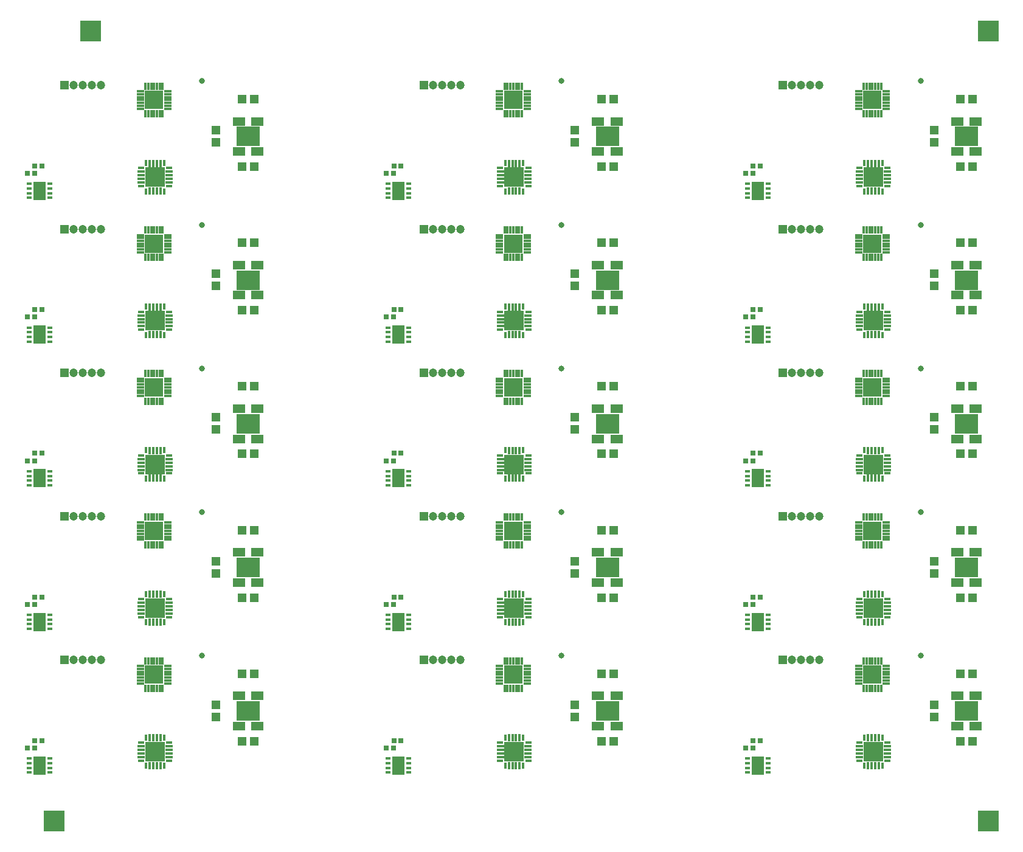
<source format=gbs>
G04*
G04 #@! TF.GenerationSoftware,Altium Limited,Altium Designer,19.0.14 (431)*
G04*
G04 Layer_Color=16711935*
%FSLAX44Y44*%
%MOMM*%
G71*
G01*
G75*
%ADD53R,0.8000X0.3000*%
%ADD81R,3.0000X3.0000*%
%ADD84R,0.8032X0.7032*%
%ADD100R,1.2032X1.3032*%
%ADD104C,0.8032*%
%ADD105C,1.2032*%
%ADD106R,1.2032X1.2032*%
%ADD107R,0.4520X0.0990*%
%ADD108R,0.0990X0.4520*%
%ADD109R,0.9532X0.4532*%
%ADD110R,1.0532X0.4532*%
%ADD111R,0.4532X0.9532*%
%ADD112R,0.4532X1.0532*%
%ADD113R,2.8032X2.8032*%
%ADD114O,1.0532X0.4032*%
%ADD115O,0.4032X1.0532*%
%ADD116R,2.6032X2.6032*%
%ADD117R,3.3032X2.7032*%
%ADD118R,1.7532X1.2032*%
%ADD119R,1.3032X1.2032*%
%ADD120R,1.7032X2.5032*%
D53*
X1014724Y17334D02*
D03*
Y23834D02*
D03*
Y30334D02*
D03*
Y36834D02*
D03*
X1043624Y17334D02*
D03*
Y23834D02*
D03*
Y30334D02*
D03*
Y36834D02*
D03*
X1014724Y217334D02*
D03*
Y223834D02*
D03*
Y230334D02*
D03*
Y236834D02*
D03*
X1043624Y217334D02*
D03*
Y223834D02*
D03*
Y230334D02*
D03*
Y236834D02*
D03*
X1014724Y417334D02*
D03*
Y423834D02*
D03*
Y430334D02*
D03*
Y436834D02*
D03*
X1043624Y417334D02*
D03*
Y423834D02*
D03*
Y430334D02*
D03*
Y436834D02*
D03*
X1014724Y617334D02*
D03*
Y623834D02*
D03*
Y630334D02*
D03*
Y636834D02*
D03*
X1043624Y617334D02*
D03*
Y623834D02*
D03*
Y630334D02*
D03*
Y636834D02*
D03*
X1014724Y817334D02*
D03*
Y823834D02*
D03*
Y830334D02*
D03*
Y836834D02*
D03*
X1043624Y817334D02*
D03*
Y823834D02*
D03*
Y830334D02*
D03*
Y836834D02*
D03*
X514724Y17334D02*
D03*
Y23834D02*
D03*
Y30334D02*
D03*
Y36834D02*
D03*
X543624Y17334D02*
D03*
Y23834D02*
D03*
Y30334D02*
D03*
Y36834D02*
D03*
X514724Y217334D02*
D03*
Y223834D02*
D03*
Y230334D02*
D03*
Y236834D02*
D03*
X543624Y217334D02*
D03*
Y223834D02*
D03*
Y230334D02*
D03*
Y236834D02*
D03*
X514724Y417334D02*
D03*
Y423834D02*
D03*
Y430334D02*
D03*
Y436834D02*
D03*
X543624Y417334D02*
D03*
Y423834D02*
D03*
Y430334D02*
D03*
Y436834D02*
D03*
X514724Y617334D02*
D03*
Y623834D02*
D03*
Y630334D02*
D03*
Y636834D02*
D03*
X543624Y617334D02*
D03*
Y623834D02*
D03*
Y630334D02*
D03*
Y636834D02*
D03*
X514724Y817334D02*
D03*
Y823834D02*
D03*
Y830334D02*
D03*
Y836834D02*
D03*
X543624Y817334D02*
D03*
Y823834D02*
D03*
Y830334D02*
D03*
Y836834D02*
D03*
X14724Y17334D02*
D03*
Y23834D02*
D03*
Y30334D02*
D03*
Y36834D02*
D03*
X43624Y17334D02*
D03*
Y23834D02*
D03*
Y30334D02*
D03*
Y36834D02*
D03*
X14724Y217334D02*
D03*
Y223834D02*
D03*
Y230334D02*
D03*
Y236834D02*
D03*
X43624Y217334D02*
D03*
Y223834D02*
D03*
Y230334D02*
D03*
Y236834D02*
D03*
X14724Y417334D02*
D03*
Y423834D02*
D03*
Y430334D02*
D03*
Y436834D02*
D03*
X43624Y417334D02*
D03*
Y423834D02*
D03*
Y430334D02*
D03*
Y436834D02*
D03*
X14724Y617334D02*
D03*
Y623834D02*
D03*
Y630334D02*
D03*
Y636834D02*
D03*
X43624Y617334D02*
D03*
Y623834D02*
D03*
Y630334D02*
D03*
Y636834D02*
D03*
X14724Y817334D02*
D03*
Y823834D02*
D03*
Y830334D02*
D03*
Y836834D02*
D03*
X43624Y817334D02*
D03*
Y823834D02*
D03*
Y830334D02*
D03*
Y836834D02*
D03*
D81*
X100000Y1050000D02*
D03*
X50000Y-50000D02*
D03*
X1350000D02*
D03*
Y1050000D02*
D03*
D84*
X1032504Y61834D02*
D03*
X1022504D02*
D03*
X1022195Y51504D02*
D03*
X1012195D02*
D03*
X1032504Y261834D02*
D03*
X1022504D02*
D03*
X1022195Y251504D02*
D03*
X1012195D02*
D03*
X1032504Y461834D02*
D03*
X1022504D02*
D03*
X1022195Y451504D02*
D03*
X1012195D02*
D03*
X1032504Y661834D02*
D03*
X1022504D02*
D03*
X1022195Y651504D02*
D03*
X1012195D02*
D03*
X1032504Y861834D02*
D03*
X1022504D02*
D03*
X1022195Y851504D02*
D03*
X1012195D02*
D03*
X532504Y61834D02*
D03*
X522504D02*
D03*
X522195Y51504D02*
D03*
X512195D02*
D03*
X532504Y261834D02*
D03*
X522504D02*
D03*
X522195Y251504D02*
D03*
X512195D02*
D03*
X532504Y461834D02*
D03*
X522504D02*
D03*
X522195Y451504D02*
D03*
X512195D02*
D03*
X532504Y661834D02*
D03*
X522504D02*
D03*
X522195Y651504D02*
D03*
X512195D02*
D03*
X532504Y861834D02*
D03*
X522504D02*
D03*
X522195Y851504D02*
D03*
X512195D02*
D03*
X32504Y61834D02*
D03*
X22504D02*
D03*
X22195Y51504D02*
D03*
X12195D02*
D03*
X32504Y261834D02*
D03*
X22504D02*
D03*
X22195Y251504D02*
D03*
X12195D02*
D03*
X32504Y461834D02*
D03*
X22504D02*
D03*
X22195Y451504D02*
D03*
X12195D02*
D03*
X32504Y661834D02*
D03*
X22504D02*
D03*
X22195Y651504D02*
D03*
X12195D02*
D03*
X32504Y861834D02*
D03*
X22504D02*
D03*
X22195Y851504D02*
D03*
X12195D02*
D03*
D100*
X1274754Y111804D02*
D03*
Y94804D02*
D03*
Y311804D02*
D03*
Y294804D02*
D03*
Y511804D02*
D03*
Y494804D02*
D03*
Y711804D02*
D03*
Y694804D02*
D03*
Y911804D02*
D03*
Y894804D02*
D03*
X774754Y111804D02*
D03*
Y94804D02*
D03*
Y311804D02*
D03*
Y294804D02*
D03*
Y511804D02*
D03*
Y494804D02*
D03*
Y711804D02*
D03*
Y694804D02*
D03*
Y911804D02*
D03*
Y894804D02*
D03*
X274754Y111804D02*
D03*
Y94804D02*
D03*
Y311804D02*
D03*
Y294804D02*
D03*
Y511804D02*
D03*
Y494804D02*
D03*
Y711804D02*
D03*
Y694804D02*
D03*
Y911804D02*
D03*
Y894804D02*
D03*
D104*
X1255754Y180004D02*
D03*
Y380004D02*
D03*
Y580004D02*
D03*
Y780004D02*
D03*
Y980004D02*
D03*
X755754Y180004D02*
D03*
Y380004D02*
D03*
Y580004D02*
D03*
Y780004D02*
D03*
Y980004D02*
D03*
X255754Y180004D02*
D03*
Y380004D02*
D03*
Y580004D02*
D03*
Y780004D02*
D03*
Y980004D02*
D03*
D105*
X1115054Y174004D02*
D03*
X1102354D02*
D03*
X1089654D02*
D03*
X1076954D02*
D03*
X1115054Y374004D02*
D03*
X1102354D02*
D03*
X1089654D02*
D03*
X1076954D02*
D03*
X1115054Y574004D02*
D03*
X1102354D02*
D03*
X1089654D02*
D03*
X1076954D02*
D03*
X1115054Y774004D02*
D03*
X1102354D02*
D03*
X1089654D02*
D03*
X1076954D02*
D03*
X1115054Y974004D02*
D03*
X1102354D02*
D03*
X1089654D02*
D03*
X1076954D02*
D03*
X615054Y174004D02*
D03*
X602354D02*
D03*
X589654D02*
D03*
X576954D02*
D03*
X615054Y374004D02*
D03*
X602354D02*
D03*
X589654D02*
D03*
X576954D02*
D03*
X615054Y574004D02*
D03*
X602354D02*
D03*
X589654D02*
D03*
X576954D02*
D03*
X615054Y774004D02*
D03*
X602354D02*
D03*
X589654D02*
D03*
X576954D02*
D03*
X615054Y974004D02*
D03*
X602354D02*
D03*
X589654D02*
D03*
X576954D02*
D03*
X115054Y174004D02*
D03*
X102354D02*
D03*
X89654D02*
D03*
X76954D02*
D03*
X115054Y374004D02*
D03*
X102354D02*
D03*
X89654D02*
D03*
X76954D02*
D03*
X115054Y574004D02*
D03*
X102354D02*
D03*
X89654D02*
D03*
X76954D02*
D03*
X115054Y774004D02*
D03*
X102354D02*
D03*
X89654D02*
D03*
X76954D02*
D03*
X115054Y974004D02*
D03*
X102354D02*
D03*
X89654D02*
D03*
X76954D02*
D03*
D106*
X1064254Y174004D02*
D03*
Y374004D02*
D03*
Y574004D02*
D03*
Y774004D02*
D03*
Y974004D02*
D03*
X564254Y174004D02*
D03*
Y374004D02*
D03*
Y574004D02*
D03*
Y774004D02*
D03*
Y974004D02*
D03*
X64254Y174004D02*
D03*
Y374004D02*
D03*
Y574004D02*
D03*
Y774004D02*
D03*
Y974004D02*
D03*
D107*
X1202604Y60829D02*
D03*
X1177604Y31829D02*
D03*
Y60829D02*
D03*
X1202604Y31829D02*
D03*
Y260829D02*
D03*
X1177604Y231829D02*
D03*
Y260829D02*
D03*
X1202604Y231829D02*
D03*
Y460829D02*
D03*
X1177604Y431829D02*
D03*
Y460829D02*
D03*
X1202604Y431829D02*
D03*
Y660829D02*
D03*
X1177604Y631829D02*
D03*
Y660829D02*
D03*
X1202604Y631829D02*
D03*
Y860829D02*
D03*
X1177604Y831829D02*
D03*
Y860829D02*
D03*
X1202604Y831829D02*
D03*
X702604Y60829D02*
D03*
X677604Y31829D02*
D03*
Y60829D02*
D03*
X702604Y31829D02*
D03*
Y260829D02*
D03*
X677604Y231829D02*
D03*
Y260829D02*
D03*
X702604Y231829D02*
D03*
Y460829D02*
D03*
X677604Y431829D02*
D03*
Y460829D02*
D03*
X702604Y431829D02*
D03*
Y660829D02*
D03*
X677604Y631829D02*
D03*
Y660829D02*
D03*
X702604Y631829D02*
D03*
Y860829D02*
D03*
X677604Y831829D02*
D03*
Y860829D02*
D03*
X702604Y831829D02*
D03*
X202604Y60829D02*
D03*
X177604Y31829D02*
D03*
Y60829D02*
D03*
X202604Y31829D02*
D03*
Y260829D02*
D03*
X177604Y231829D02*
D03*
Y260829D02*
D03*
X202604Y231829D02*
D03*
Y460829D02*
D03*
X177604Y431829D02*
D03*
Y460829D02*
D03*
X202604Y431829D02*
D03*
Y660829D02*
D03*
X177604Y631829D02*
D03*
Y660829D02*
D03*
X202604Y631829D02*
D03*
Y860829D02*
D03*
X177604Y831829D02*
D03*
Y860829D02*
D03*
X202604Y831829D02*
D03*
D108*
X1204609Y33834D02*
D03*
X1175599Y58834D02*
D03*
X1204599D02*
D03*
X1204609Y233834D02*
D03*
X1175599Y258834D02*
D03*
X1204599D02*
D03*
X1204609Y433834D02*
D03*
X1175599Y458834D02*
D03*
X1204599D02*
D03*
X1204609Y633834D02*
D03*
X1175599Y658834D02*
D03*
X1204599D02*
D03*
X1204609Y833834D02*
D03*
X1175599Y858834D02*
D03*
X1204599D02*
D03*
X704609Y33834D02*
D03*
X675599Y58834D02*
D03*
X704599D02*
D03*
X704609Y233834D02*
D03*
X675599Y258834D02*
D03*
X704599D02*
D03*
X704609Y433834D02*
D03*
X675599Y458834D02*
D03*
X704599D02*
D03*
X704609Y633834D02*
D03*
X675599Y658834D02*
D03*
X704599D02*
D03*
X704609Y833834D02*
D03*
X675599Y858834D02*
D03*
X704599D02*
D03*
X204609Y33834D02*
D03*
X175599Y58834D02*
D03*
X204599D02*
D03*
X204609Y233834D02*
D03*
X175599Y258834D02*
D03*
X204599D02*
D03*
X204609Y433834D02*
D03*
X175599Y458834D02*
D03*
X204599D02*
D03*
X204609Y633834D02*
D03*
X175599Y658834D02*
D03*
X204599D02*
D03*
X204609Y833834D02*
D03*
X175599Y858834D02*
D03*
X204599D02*
D03*
D109*
X1209854Y58834D02*
D03*
Y33834D02*
D03*
X1170354D02*
D03*
Y58834D02*
D03*
X1209854Y258834D02*
D03*
Y233834D02*
D03*
X1170354D02*
D03*
Y258834D02*
D03*
X1209854Y458834D02*
D03*
Y433834D02*
D03*
X1170354D02*
D03*
Y458834D02*
D03*
X1209854Y658834D02*
D03*
Y633834D02*
D03*
X1170354D02*
D03*
Y658834D02*
D03*
X1209854Y858834D02*
D03*
Y833834D02*
D03*
X1170354D02*
D03*
Y858834D02*
D03*
X709854Y58834D02*
D03*
Y33834D02*
D03*
X670354D02*
D03*
Y58834D02*
D03*
X709854Y258834D02*
D03*
Y233834D02*
D03*
X670354D02*
D03*
Y258834D02*
D03*
X709854Y458834D02*
D03*
Y433834D02*
D03*
X670354D02*
D03*
Y458834D02*
D03*
X709854Y658834D02*
D03*
Y633834D02*
D03*
X670354D02*
D03*
Y658834D02*
D03*
X709854Y858834D02*
D03*
Y833834D02*
D03*
X670354D02*
D03*
Y858834D02*
D03*
X209854Y58834D02*
D03*
Y33834D02*
D03*
X170354D02*
D03*
Y58834D02*
D03*
X209854Y258834D02*
D03*
Y233834D02*
D03*
X170354D02*
D03*
Y258834D02*
D03*
X209854Y458834D02*
D03*
Y433834D02*
D03*
X170354D02*
D03*
Y458834D02*
D03*
X209854Y658834D02*
D03*
Y633834D02*
D03*
X170354D02*
D03*
Y658834D02*
D03*
X209854Y858834D02*
D03*
Y833834D02*
D03*
X170354D02*
D03*
Y858834D02*
D03*
D110*
X1209354Y53834D02*
D03*
Y48834D02*
D03*
Y43834D02*
D03*
Y38834D02*
D03*
X1170854D02*
D03*
Y43834D02*
D03*
Y48834D02*
D03*
Y53834D02*
D03*
X1209354Y253834D02*
D03*
Y248834D02*
D03*
Y243834D02*
D03*
Y238834D02*
D03*
X1170854D02*
D03*
Y243834D02*
D03*
Y248834D02*
D03*
Y253834D02*
D03*
X1209354Y453834D02*
D03*
Y448834D02*
D03*
Y443834D02*
D03*
Y438834D02*
D03*
X1170854D02*
D03*
Y443834D02*
D03*
Y448834D02*
D03*
Y453834D02*
D03*
X1209354Y653834D02*
D03*
Y648834D02*
D03*
Y643834D02*
D03*
Y638834D02*
D03*
X1170854D02*
D03*
Y643834D02*
D03*
Y648834D02*
D03*
Y653834D02*
D03*
X1209354Y853834D02*
D03*
Y848834D02*
D03*
Y843834D02*
D03*
Y838834D02*
D03*
X1170854D02*
D03*
Y843834D02*
D03*
Y848834D02*
D03*
Y853834D02*
D03*
X709354Y53834D02*
D03*
Y48834D02*
D03*
Y43834D02*
D03*
Y38834D02*
D03*
X670854D02*
D03*
Y43834D02*
D03*
Y48834D02*
D03*
Y53834D02*
D03*
X709354Y253834D02*
D03*
Y248834D02*
D03*
Y243834D02*
D03*
Y238834D02*
D03*
X670854D02*
D03*
Y243834D02*
D03*
Y248834D02*
D03*
Y253834D02*
D03*
X709354Y453834D02*
D03*
Y448834D02*
D03*
Y443834D02*
D03*
Y438834D02*
D03*
X670854D02*
D03*
Y443834D02*
D03*
Y448834D02*
D03*
Y453834D02*
D03*
X709354Y653834D02*
D03*
Y648834D02*
D03*
Y643834D02*
D03*
Y638834D02*
D03*
X670854D02*
D03*
Y643834D02*
D03*
Y648834D02*
D03*
Y653834D02*
D03*
X709354Y853834D02*
D03*
Y848834D02*
D03*
Y843834D02*
D03*
Y838834D02*
D03*
X670854D02*
D03*
Y843834D02*
D03*
Y848834D02*
D03*
Y853834D02*
D03*
X209354Y53834D02*
D03*
Y48834D02*
D03*
Y43834D02*
D03*
Y38834D02*
D03*
X170854D02*
D03*
Y43834D02*
D03*
Y48834D02*
D03*
Y53834D02*
D03*
X209354Y253834D02*
D03*
Y248834D02*
D03*
Y243834D02*
D03*
Y238834D02*
D03*
X170854D02*
D03*
Y243834D02*
D03*
Y248834D02*
D03*
Y253834D02*
D03*
X209354Y453834D02*
D03*
Y448834D02*
D03*
Y443834D02*
D03*
Y438834D02*
D03*
X170854D02*
D03*
Y443834D02*
D03*
Y448834D02*
D03*
Y453834D02*
D03*
X209354Y653834D02*
D03*
Y648834D02*
D03*
Y643834D02*
D03*
Y638834D02*
D03*
X170854D02*
D03*
Y643834D02*
D03*
Y648834D02*
D03*
Y653834D02*
D03*
X209354Y853834D02*
D03*
Y848834D02*
D03*
Y843834D02*
D03*
Y838834D02*
D03*
X170854D02*
D03*
Y843834D02*
D03*
Y848834D02*
D03*
Y853834D02*
D03*
D111*
X1202604Y26584D02*
D03*
X1177604D02*
D03*
Y66084D02*
D03*
X1202604D02*
D03*
Y226584D02*
D03*
X1177604D02*
D03*
Y266084D02*
D03*
X1202604D02*
D03*
Y426584D02*
D03*
X1177604D02*
D03*
Y466084D02*
D03*
X1202604D02*
D03*
Y626584D02*
D03*
X1177604D02*
D03*
Y666084D02*
D03*
X1202604D02*
D03*
Y826584D02*
D03*
X1177604D02*
D03*
Y866084D02*
D03*
X1202604D02*
D03*
X702604Y26584D02*
D03*
X677604D02*
D03*
Y66084D02*
D03*
X702604D02*
D03*
Y226584D02*
D03*
X677604D02*
D03*
Y266084D02*
D03*
X702604D02*
D03*
Y426584D02*
D03*
X677604D02*
D03*
Y466084D02*
D03*
X702604D02*
D03*
Y626584D02*
D03*
X677604D02*
D03*
Y666084D02*
D03*
X702604D02*
D03*
Y826584D02*
D03*
X677604D02*
D03*
Y866084D02*
D03*
X702604D02*
D03*
X202604Y26584D02*
D03*
X177604D02*
D03*
Y66084D02*
D03*
X202604D02*
D03*
Y226584D02*
D03*
X177604D02*
D03*
Y266084D02*
D03*
X202604D02*
D03*
Y426584D02*
D03*
X177604D02*
D03*
Y466084D02*
D03*
X202604D02*
D03*
Y626584D02*
D03*
X177604D02*
D03*
Y666084D02*
D03*
X202604D02*
D03*
Y826584D02*
D03*
X177604D02*
D03*
Y866084D02*
D03*
X202604D02*
D03*
D112*
X1197604Y27084D02*
D03*
X1192604D02*
D03*
X1187604D02*
D03*
X1182604D02*
D03*
Y65584D02*
D03*
X1187604D02*
D03*
X1192604D02*
D03*
X1197604D02*
D03*
Y227084D02*
D03*
X1192604D02*
D03*
X1187604D02*
D03*
X1182604D02*
D03*
Y265584D02*
D03*
X1187604D02*
D03*
X1192604D02*
D03*
X1197604D02*
D03*
Y427084D02*
D03*
X1192604D02*
D03*
X1187604D02*
D03*
X1182604D02*
D03*
Y465584D02*
D03*
X1187604D02*
D03*
X1192604D02*
D03*
X1197604D02*
D03*
Y627084D02*
D03*
X1192604D02*
D03*
X1187604D02*
D03*
X1182604D02*
D03*
Y665584D02*
D03*
X1187604D02*
D03*
X1192604D02*
D03*
X1197604D02*
D03*
Y827084D02*
D03*
X1192604D02*
D03*
X1187604D02*
D03*
X1182604D02*
D03*
Y865584D02*
D03*
X1187604D02*
D03*
X1192604D02*
D03*
X1197604D02*
D03*
X697604Y27084D02*
D03*
X692604D02*
D03*
X687604D02*
D03*
X682604D02*
D03*
Y65584D02*
D03*
X687604D02*
D03*
X692604D02*
D03*
X697604D02*
D03*
Y227084D02*
D03*
X692604D02*
D03*
X687604D02*
D03*
X682604D02*
D03*
Y265584D02*
D03*
X687604D02*
D03*
X692604D02*
D03*
X697604D02*
D03*
Y427084D02*
D03*
X692604D02*
D03*
X687604D02*
D03*
X682604D02*
D03*
Y465584D02*
D03*
X687604D02*
D03*
X692604D02*
D03*
X697604D02*
D03*
Y627084D02*
D03*
X692604D02*
D03*
X687604D02*
D03*
X682604D02*
D03*
Y665584D02*
D03*
X687604D02*
D03*
X692604D02*
D03*
X697604D02*
D03*
Y827084D02*
D03*
X692604D02*
D03*
X687604D02*
D03*
X682604D02*
D03*
Y865584D02*
D03*
X687604D02*
D03*
X692604D02*
D03*
X697604D02*
D03*
X197604Y27084D02*
D03*
X192604D02*
D03*
X187604D02*
D03*
X182604D02*
D03*
Y65584D02*
D03*
X187604D02*
D03*
X192604D02*
D03*
X197604D02*
D03*
Y227084D02*
D03*
X192604D02*
D03*
X187604D02*
D03*
X182604D02*
D03*
Y265584D02*
D03*
X187604D02*
D03*
X192604D02*
D03*
X197604D02*
D03*
Y427084D02*
D03*
X192604D02*
D03*
X187604D02*
D03*
X182604D02*
D03*
Y465584D02*
D03*
X187604D02*
D03*
X192604D02*
D03*
X197604D02*
D03*
Y627084D02*
D03*
X192604D02*
D03*
X187604D02*
D03*
X182604D02*
D03*
Y665584D02*
D03*
X187604D02*
D03*
X192604D02*
D03*
X197604D02*
D03*
Y827084D02*
D03*
X192604D02*
D03*
X187604D02*
D03*
X182604D02*
D03*
Y865584D02*
D03*
X187604D02*
D03*
X192604D02*
D03*
X197604D02*
D03*
D113*
X1190104Y46334D02*
D03*
Y246334D02*
D03*
Y446334D02*
D03*
Y646334D02*
D03*
Y846334D02*
D03*
X690104Y46334D02*
D03*
Y246334D02*
D03*
Y446334D02*
D03*
Y646334D02*
D03*
Y846334D02*
D03*
X190104Y46334D02*
D03*
Y246334D02*
D03*
Y446334D02*
D03*
Y646334D02*
D03*
Y846334D02*
D03*
D114*
X1169464Y141674D02*
D03*
Y145674D02*
D03*
Y149674D02*
D03*
Y153674D02*
D03*
Y157674D02*
D03*
Y161674D02*
D03*
Y165674D02*
D03*
X1207964D02*
D03*
Y161674D02*
D03*
Y157674D02*
D03*
Y153674D02*
D03*
Y149674D02*
D03*
Y145674D02*
D03*
Y141674D02*
D03*
X1169464Y341674D02*
D03*
Y345674D02*
D03*
Y349674D02*
D03*
Y353674D02*
D03*
Y357674D02*
D03*
Y361674D02*
D03*
Y365674D02*
D03*
X1207964D02*
D03*
Y361674D02*
D03*
Y357674D02*
D03*
Y353674D02*
D03*
Y349674D02*
D03*
Y345674D02*
D03*
Y341674D02*
D03*
X1169464Y541674D02*
D03*
Y545674D02*
D03*
Y549674D02*
D03*
Y553674D02*
D03*
Y557674D02*
D03*
Y561674D02*
D03*
Y565674D02*
D03*
X1207964D02*
D03*
Y561674D02*
D03*
Y557674D02*
D03*
Y553674D02*
D03*
Y549674D02*
D03*
Y545674D02*
D03*
Y541674D02*
D03*
X1169464Y741674D02*
D03*
Y745674D02*
D03*
Y749674D02*
D03*
Y753674D02*
D03*
Y757674D02*
D03*
Y761674D02*
D03*
Y765674D02*
D03*
X1207964D02*
D03*
Y761674D02*
D03*
Y757674D02*
D03*
Y753674D02*
D03*
Y749674D02*
D03*
Y745674D02*
D03*
Y741674D02*
D03*
X1169464Y941674D02*
D03*
Y945674D02*
D03*
Y949674D02*
D03*
Y953674D02*
D03*
Y957674D02*
D03*
Y961674D02*
D03*
Y965674D02*
D03*
X1207964D02*
D03*
Y961674D02*
D03*
Y957674D02*
D03*
Y953674D02*
D03*
Y949674D02*
D03*
Y945674D02*
D03*
Y941674D02*
D03*
X669464Y141674D02*
D03*
Y145674D02*
D03*
Y149674D02*
D03*
Y153674D02*
D03*
Y157674D02*
D03*
Y161674D02*
D03*
Y165674D02*
D03*
X707964D02*
D03*
Y161674D02*
D03*
Y157674D02*
D03*
Y153674D02*
D03*
Y149674D02*
D03*
Y145674D02*
D03*
Y141674D02*
D03*
X669464Y341674D02*
D03*
Y345674D02*
D03*
Y349674D02*
D03*
Y353674D02*
D03*
Y357674D02*
D03*
Y361674D02*
D03*
Y365674D02*
D03*
X707964D02*
D03*
Y361674D02*
D03*
Y357674D02*
D03*
Y353674D02*
D03*
Y349674D02*
D03*
Y345674D02*
D03*
Y341674D02*
D03*
X669464Y541674D02*
D03*
Y545674D02*
D03*
Y549674D02*
D03*
Y553674D02*
D03*
Y557674D02*
D03*
Y561674D02*
D03*
Y565674D02*
D03*
X707964D02*
D03*
Y561674D02*
D03*
Y557674D02*
D03*
Y553674D02*
D03*
Y549674D02*
D03*
Y545674D02*
D03*
Y541674D02*
D03*
X669464Y741674D02*
D03*
Y745674D02*
D03*
Y749674D02*
D03*
Y753674D02*
D03*
Y757674D02*
D03*
Y761674D02*
D03*
Y765674D02*
D03*
X707964D02*
D03*
Y761674D02*
D03*
Y757674D02*
D03*
Y753674D02*
D03*
Y749674D02*
D03*
Y745674D02*
D03*
Y741674D02*
D03*
X669464Y941674D02*
D03*
Y945674D02*
D03*
Y949674D02*
D03*
Y953674D02*
D03*
Y957674D02*
D03*
Y961674D02*
D03*
Y965674D02*
D03*
X707964D02*
D03*
Y961674D02*
D03*
Y957674D02*
D03*
Y953674D02*
D03*
Y949674D02*
D03*
Y945674D02*
D03*
Y941674D02*
D03*
X169464Y141674D02*
D03*
Y145674D02*
D03*
Y149674D02*
D03*
Y153674D02*
D03*
Y157674D02*
D03*
Y161674D02*
D03*
Y165674D02*
D03*
X207964D02*
D03*
Y161674D02*
D03*
Y157674D02*
D03*
Y153674D02*
D03*
Y149674D02*
D03*
Y145674D02*
D03*
Y141674D02*
D03*
X169464Y341674D02*
D03*
Y345674D02*
D03*
Y349674D02*
D03*
Y353674D02*
D03*
Y357674D02*
D03*
Y361674D02*
D03*
Y365674D02*
D03*
X207964D02*
D03*
Y361674D02*
D03*
Y357674D02*
D03*
Y353674D02*
D03*
Y349674D02*
D03*
Y345674D02*
D03*
Y341674D02*
D03*
X169464Y541674D02*
D03*
Y545674D02*
D03*
Y549674D02*
D03*
Y553674D02*
D03*
Y557674D02*
D03*
Y561674D02*
D03*
Y565674D02*
D03*
X207964D02*
D03*
Y561674D02*
D03*
Y557674D02*
D03*
Y553674D02*
D03*
Y549674D02*
D03*
Y545674D02*
D03*
Y541674D02*
D03*
X169464Y741674D02*
D03*
Y745674D02*
D03*
Y749674D02*
D03*
Y753674D02*
D03*
Y757674D02*
D03*
Y761674D02*
D03*
Y765674D02*
D03*
X207964D02*
D03*
Y761674D02*
D03*
Y757674D02*
D03*
Y753674D02*
D03*
Y749674D02*
D03*
Y745674D02*
D03*
Y741674D02*
D03*
X169464Y941674D02*
D03*
Y945674D02*
D03*
Y949674D02*
D03*
Y953674D02*
D03*
Y957674D02*
D03*
Y961674D02*
D03*
Y965674D02*
D03*
X207964D02*
D03*
Y961674D02*
D03*
Y957674D02*
D03*
Y953674D02*
D03*
Y949674D02*
D03*
Y945674D02*
D03*
Y941674D02*
D03*
D115*
X1176714Y172924D02*
D03*
X1180714D02*
D03*
X1184714D02*
D03*
X1188714D02*
D03*
X1192714D02*
D03*
X1196714D02*
D03*
X1200714D02*
D03*
Y134424D02*
D03*
X1196714D02*
D03*
X1192714D02*
D03*
X1188714D02*
D03*
X1184714D02*
D03*
X1180714D02*
D03*
X1176714D02*
D03*
Y372924D02*
D03*
X1180714D02*
D03*
X1184714D02*
D03*
X1188714D02*
D03*
X1192714D02*
D03*
X1196714D02*
D03*
X1200714D02*
D03*
Y334424D02*
D03*
X1196714D02*
D03*
X1192714D02*
D03*
X1188714D02*
D03*
X1184714D02*
D03*
X1180714D02*
D03*
X1176714D02*
D03*
Y572924D02*
D03*
X1180714D02*
D03*
X1184714D02*
D03*
X1188714D02*
D03*
X1192714D02*
D03*
X1196714D02*
D03*
X1200714D02*
D03*
Y534424D02*
D03*
X1196714D02*
D03*
X1192714D02*
D03*
X1188714D02*
D03*
X1184714D02*
D03*
X1180714D02*
D03*
X1176714D02*
D03*
Y772924D02*
D03*
X1180714D02*
D03*
X1184714D02*
D03*
X1188714D02*
D03*
X1192714D02*
D03*
X1196714D02*
D03*
X1200714D02*
D03*
Y734424D02*
D03*
X1196714D02*
D03*
X1192714D02*
D03*
X1188714D02*
D03*
X1184714D02*
D03*
X1180714D02*
D03*
X1176714D02*
D03*
Y972924D02*
D03*
X1180714D02*
D03*
X1184714D02*
D03*
X1188714D02*
D03*
X1192714D02*
D03*
X1196714D02*
D03*
X1200714D02*
D03*
Y934424D02*
D03*
X1196714D02*
D03*
X1192714D02*
D03*
X1188714D02*
D03*
X1184714D02*
D03*
X1180714D02*
D03*
X1176714D02*
D03*
X676714Y172924D02*
D03*
X680714D02*
D03*
X684714D02*
D03*
X688714D02*
D03*
X692714D02*
D03*
X696714D02*
D03*
X700714D02*
D03*
Y134424D02*
D03*
X696714D02*
D03*
X692714D02*
D03*
X688714D02*
D03*
X684714D02*
D03*
X680714D02*
D03*
X676714D02*
D03*
Y372924D02*
D03*
X680714D02*
D03*
X684714D02*
D03*
X688714D02*
D03*
X692714D02*
D03*
X696714D02*
D03*
X700714D02*
D03*
Y334424D02*
D03*
X696714D02*
D03*
X692714D02*
D03*
X688714D02*
D03*
X684714D02*
D03*
X680714D02*
D03*
X676714D02*
D03*
Y572924D02*
D03*
X680714D02*
D03*
X684714D02*
D03*
X688714D02*
D03*
X692714D02*
D03*
X696714D02*
D03*
X700714D02*
D03*
Y534424D02*
D03*
X696714D02*
D03*
X692714D02*
D03*
X688714D02*
D03*
X684714D02*
D03*
X680714D02*
D03*
X676714D02*
D03*
Y772924D02*
D03*
X680714D02*
D03*
X684714D02*
D03*
X688714D02*
D03*
X692714D02*
D03*
X696714D02*
D03*
X700714D02*
D03*
Y734424D02*
D03*
X696714D02*
D03*
X692714D02*
D03*
X688714D02*
D03*
X684714D02*
D03*
X680714D02*
D03*
X676714D02*
D03*
Y972924D02*
D03*
X680714D02*
D03*
X684714D02*
D03*
X688714D02*
D03*
X692714D02*
D03*
X696714D02*
D03*
X700714D02*
D03*
Y934424D02*
D03*
X696714D02*
D03*
X692714D02*
D03*
X688714D02*
D03*
X684714D02*
D03*
X680714D02*
D03*
X676714D02*
D03*
X176714Y172924D02*
D03*
X180714D02*
D03*
X184714D02*
D03*
X188714D02*
D03*
X192714D02*
D03*
X196714D02*
D03*
X200714D02*
D03*
Y134424D02*
D03*
X196714D02*
D03*
X192714D02*
D03*
X188714D02*
D03*
X184714D02*
D03*
X180714D02*
D03*
X176714D02*
D03*
Y372924D02*
D03*
X180714D02*
D03*
X184714D02*
D03*
X188714D02*
D03*
X192714D02*
D03*
X196714D02*
D03*
X200714D02*
D03*
Y334424D02*
D03*
X196714D02*
D03*
X192714D02*
D03*
X188714D02*
D03*
X184714D02*
D03*
X180714D02*
D03*
X176714D02*
D03*
Y572924D02*
D03*
X180714D02*
D03*
X184714D02*
D03*
X188714D02*
D03*
X192714D02*
D03*
X196714D02*
D03*
X200714D02*
D03*
Y534424D02*
D03*
X196714D02*
D03*
X192714D02*
D03*
X188714D02*
D03*
X184714D02*
D03*
X180714D02*
D03*
X176714D02*
D03*
Y772924D02*
D03*
X180714D02*
D03*
X184714D02*
D03*
X188714D02*
D03*
X192714D02*
D03*
X196714D02*
D03*
X200714D02*
D03*
Y734424D02*
D03*
X196714D02*
D03*
X192714D02*
D03*
X188714D02*
D03*
X184714D02*
D03*
X180714D02*
D03*
X176714D02*
D03*
Y972924D02*
D03*
X180714D02*
D03*
X184714D02*
D03*
X188714D02*
D03*
X192714D02*
D03*
X196714D02*
D03*
X200714D02*
D03*
Y934424D02*
D03*
X196714D02*
D03*
X192714D02*
D03*
X188714D02*
D03*
X184714D02*
D03*
X180714D02*
D03*
X176714D02*
D03*
D116*
X1188714Y153674D02*
D03*
Y353674D02*
D03*
Y553674D02*
D03*
Y753674D02*
D03*
Y953674D02*
D03*
X688714Y153674D02*
D03*
Y353674D02*
D03*
Y553674D02*
D03*
Y753674D02*
D03*
Y953674D02*
D03*
X188714Y153674D02*
D03*
Y353674D02*
D03*
Y553674D02*
D03*
Y753674D02*
D03*
Y953674D02*
D03*
D117*
X1319695Y102956D02*
D03*
Y302956D02*
D03*
Y502956D02*
D03*
Y702956D02*
D03*
Y902956D02*
D03*
X819695Y102956D02*
D03*
Y302956D02*
D03*
Y502956D02*
D03*
Y702956D02*
D03*
Y902956D02*
D03*
X319695Y102956D02*
D03*
Y302956D02*
D03*
Y502956D02*
D03*
Y702956D02*
D03*
Y902956D02*
D03*
D118*
X1306945Y81956D02*
D03*
X1332445Y123956D02*
D03*
X1306945D02*
D03*
X1332445Y81956D02*
D03*
X1306945Y281956D02*
D03*
X1332445Y323956D02*
D03*
X1306945D02*
D03*
X1332445Y281956D02*
D03*
X1306945Y481956D02*
D03*
X1332445Y523956D02*
D03*
X1306945D02*
D03*
X1332445Y481956D02*
D03*
X1306945Y681956D02*
D03*
X1332445Y723956D02*
D03*
X1306945D02*
D03*
X1332445Y681956D02*
D03*
X1306945Y881956D02*
D03*
X1332445Y923956D02*
D03*
X1306945D02*
D03*
X1332445Y881956D02*
D03*
X806945Y81956D02*
D03*
X832445Y123956D02*
D03*
X806945D02*
D03*
X832445Y81956D02*
D03*
X806945Y281956D02*
D03*
X832445Y323956D02*
D03*
X806945D02*
D03*
X832445Y281956D02*
D03*
X806945Y481956D02*
D03*
X832445Y523956D02*
D03*
X806945D02*
D03*
X832445Y481956D02*
D03*
X806945Y681956D02*
D03*
X832445Y723956D02*
D03*
X806945D02*
D03*
X832445Y681956D02*
D03*
X806945Y881956D02*
D03*
X832445Y923956D02*
D03*
X806945D02*
D03*
X832445Y881956D02*
D03*
X306945Y81956D02*
D03*
X332445Y123956D02*
D03*
X306945D02*
D03*
X332445Y81956D02*
D03*
X306945Y281956D02*
D03*
X332445Y323956D02*
D03*
X306945D02*
D03*
X332445Y281956D02*
D03*
X306945Y481956D02*
D03*
X332445Y523956D02*
D03*
X306945D02*
D03*
X332445Y481956D02*
D03*
X306945Y681956D02*
D03*
X332445Y723956D02*
D03*
X306945D02*
D03*
X332445Y681956D02*
D03*
X306945Y881956D02*
D03*
X332445Y923956D02*
D03*
X306945D02*
D03*
X332445Y881956D02*
D03*
D119*
X1311194Y61004D02*
D03*
X1328194D02*
D03*
X1311395Y155004D02*
D03*
X1328395D02*
D03*
X1311194Y261004D02*
D03*
X1328194D02*
D03*
X1311395Y355004D02*
D03*
X1328395D02*
D03*
X1311194Y461004D02*
D03*
X1328194D02*
D03*
X1311395Y555004D02*
D03*
X1328395D02*
D03*
X1311194Y661004D02*
D03*
X1328194D02*
D03*
X1311395Y755004D02*
D03*
X1328395D02*
D03*
X1311194Y861004D02*
D03*
X1328194D02*
D03*
X1311395Y955004D02*
D03*
X1328395D02*
D03*
X811194Y61004D02*
D03*
X828194D02*
D03*
X811395Y155004D02*
D03*
X828395D02*
D03*
X811194Y261004D02*
D03*
X828194D02*
D03*
X811395Y355004D02*
D03*
X828395D02*
D03*
X811194Y461004D02*
D03*
X828194D02*
D03*
X811395Y555004D02*
D03*
X828395D02*
D03*
X811194Y661004D02*
D03*
X828194D02*
D03*
X811395Y755004D02*
D03*
X828395D02*
D03*
X811194Y861004D02*
D03*
X828194D02*
D03*
X811395Y955004D02*
D03*
X828395D02*
D03*
X311194Y61004D02*
D03*
X328194D02*
D03*
X311395Y155004D02*
D03*
X328395D02*
D03*
X311194Y261004D02*
D03*
X328194D02*
D03*
X311395Y355004D02*
D03*
X328395D02*
D03*
X311194Y461004D02*
D03*
X328194D02*
D03*
X311395Y555004D02*
D03*
X328395D02*
D03*
X311194Y661004D02*
D03*
X328194D02*
D03*
X311395Y755004D02*
D03*
X328395D02*
D03*
X311194Y861004D02*
D03*
X328194D02*
D03*
X311395Y955004D02*
D03*
X328395D02*
D03*
D120*
X1029174Y27084D02*
D03*
Y227084D02*
D03*
Y427084D02*
D03*
Y627084D02*
D03*
Y827084D02*
D03*
X529174Y27084D02*
D03*
Y227084D02*
D03*
Y427084D02*
D03*
Y627084D02*
D03*
Y827084D02*
D03*
X29174Y27084D02*
D03*
Y227084D02*
D03*
Y427084D02*
D03*
Y627084D02*
D03*
Y827084D02*
D03*
M02*

</source>
